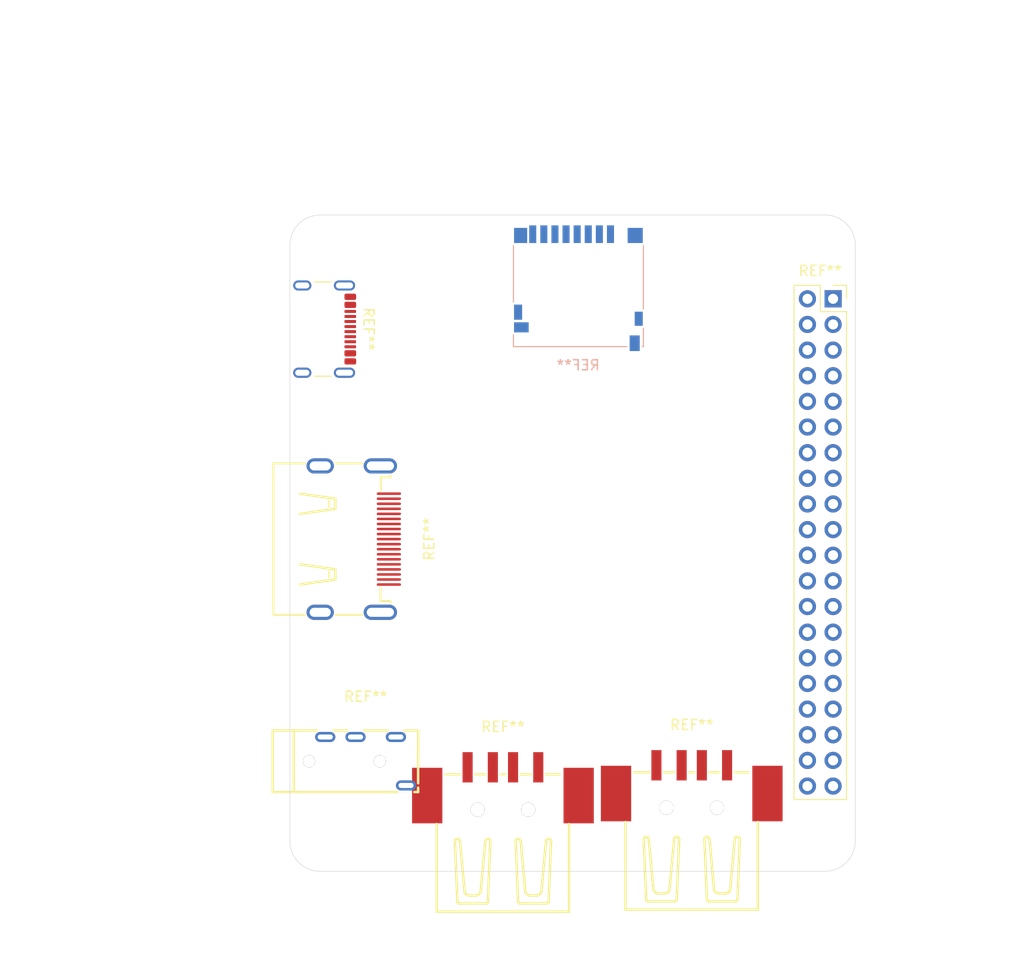
<source format=kicad_pcb>
(kicad_pcb (version 20241229) (generator "pcbnew") (generator_version "9.0")
  (layers (0 "F.Cu" signal) (2 "B.Cu" signal) (13 "F.Paste" user) (15 "B.Paste" user) (5 "F.SilkS" user "F.Silkscreen") (7 "B.SilkS" user "B.Silkscreen") (1 "F.Mask" user) (3 "B.Mask" user) (25 "Edge.Cuts" user))
  (net 0 "")
  (footprint "easyeda2kicad:USB-A-SMD_904-142A2021S10100" (layer "F.Cu") (at 99.1 113.4)
    (property "Reference" "REF**" (at 0 -5.4 0) (layer "F.SilkS"))
    (property "Value" "USB-A-SMD_904-142A2021S10100")
    (fp_line (start -6.56 4.55) (end -6.56 4.22) (stroke (width 0.25)) (layer "F.SilkS"))
    (fp_line (start -6.56 12.79) (end -6.56 4.55) (stroke (width 0.25)) (layer "F.SilkS"))
    (fp_line (start -6.56 12.79) (end -6.56 12.9) (stroke (width 0.25)) (layer "F.SilkS"))
    (fp_line (start -6.56 12.9) (end 6.55 12.9) (stroke (width 0.25)) (layer "F.SilkS"))
    (fp_line (start -4.76 5.94) (end -4.51 11.9) (stroke (width 0.25)) (layer "F.SilkS"))
    (fp_line (start -4.75 5.87) (end -4.76 5.93) (stroke (width 0.25)) (layer "F.SilkS"))
    (fp_line (start -4.74 5.83) (end -4.75 5.87) (stroke (width 0.25)) (layer "F.SilkS"))
    (fp_line (start -4.69 5.75) (end -4.74 5.83) (stroke (width 0.25)) (layer "F.SilkS"))
    (fp_line (start -4.61 5.7) (end -4.69 5.75) (stroke (width 0.25)) (layer "F.SilkS"))
    (fp_line (start -4.52 5.68) (end -4.61 5.7) (stroke (width 0.25)) (layer "F.SilkS"))
    (fp_line (start -4.51 11.9) (end -4.51 11.94) (stroke (width 0.25)) (layer "F.SilkS"))
    (fp_line (start -4.51 11.94) (end -4.49 11.98) (stroke (width 0.25)) (layer "F.SilkS"))
    (fp_line (start -4.49 11.98) (end -4.47 12.01) (stroke (width 0.25)) (layer "F.SilkS"))
    (fp_line (start -4.47 12.01) (end -4.45 12.04) (stroke (width 0.25)) (layer "F.SilkS"))
    (fp_line (start -4.45 12.04) (end -4.42 12.06) (stroke (width 0.25)) (layer "F.SilkS"))
    (fp_line (start -4.43 5.69) (end -4.52 5.68) (stroke (width 0.25)) (layer "F.SilkS"))
    (fp_line (start -4.42 12.06) (end -4.39 12.08) (stroke (width 0.25)) (layer "F.SilkS"))
    (fp_line (start -4.39 12.08) (end -4.35 12.09) (stroke (width 0.25)) (layer "F.SilkS"))
    (fp_line (start -4.35 5.73) (end -4.43 5.69) (stroke (width 0.25)) (layer "F.SilkS"))
    (fp_line (start -4.35 12.09) (end -4.31 12.09) (stroke (width 0.25)) (layer "F.SilkS"))
    (fp_line (start -4.31 12.09) (end -1.69 12.09) (stroke (width 0.25)) (layer "F.SilkS"))
    (fp_line (start -4.29 5.81) (end -4.35 5.73) (stroke (width 0.25)) (layer "F.SilkS"))
    (fp_line (start -4.26 5.9) (end -4.29 5.81) (stroke (width 0.25)) (layer "F.SilkS"))
    (fp_line (start -4.24 -0.7) (end -5.7 -0.7) (stroke (width 0.25)) (layer "F.SilkS"))
    (fp_line (start -3.94 9.37) (end -4.26 5.9) (stroke (width 0.25)) (layer "F.SilkS"))
    (fp_line (start -3.94 9.37) (end -3.91 9.71) (stroke (width 0.25)) (layer "F.SilkS"))
    (fp_line (start -3.91 9.71) (end -3.9 9.84) (stroke (width 0.25)) (layer "F.SilkS"))
    (fp_line (start -3.89 9.94) (end -3.9 9.84) (stroke (width 0.25)) (layer "F.SilkS"))
    (fp_line (start -3.89 9.98) (end -3.89 9.94) (stroke (width 0.25)) (layer "F.SilkS"))
    (fp_line (start -3.8 10.88) (end -3.89 9.98) (stroke (width 0.25)) (layer "F.SilkS"))
    (fp_line (start -3.8 10.88) (end -3.79 10.96) (stroke (width 0.25)) (layer "F.SilkS"))
    (fp_line (start -3.79 10.96) (end -3.76 11.04) (stroke (width 0.25)) (layer "F.SilkS"))
    (fp_line (start -3.76 11.04) (end -3.71 11.11) (stroke (width 0.25)) (layer "F.SilkS"))
    (fp_line (start -3.71 11.11) (end -3.65 11.17) (stroke (width 0.25)) (layer "F.SilkS"))
    (fp_line (start -3.65 11.17) (end -3.58 11.23) (stroke (width 0.25)) (layer "F.SilkS"))
    (fp_line (start -3.58 11.23) (end -3.49 11.26) (stroke (width 0.25)) (layer "F.SilkS"))
    (fp_line (start -3.49 11.26) (end -3.4 11.29) (stroke (width 0.25)) (layer "F.SilkS"))
    (fp_line (start -3.4 11.29) (end -3.31 11.3) (stroke (width 0.25)) (layer "F.SilkS"))
    (fp_line (start -2.7 11.3) (end -3.3 11.3) (stroke (width 0.25)) (layer "F.SilkS"))
    (fp_line (start -2.7 11.3) (end -2.6 11.29) (stroke (width 0.25)) (layer "F.SilkS"))
    (fp_line (start -2.6 11.29) (end -2.51 11.27) (stroke (width 0.25)) (layer "F.SilkS"))
    (fp_line (start -2.51 11.27) (end -2.43 11.23) (stroke (width 0.25)) (layer "F.SilkS"))
    (fp_line (start -2.43 11.23) (end -2.36 11.18) (stroke (width 0.25)) (layer "F.SilkS"))
    (fp_line (start -2.36 11.18) (end -2.3 11.12) (stroke (width 0.25)) (layer "F.SilkS"))
    (fp_line (start -2.3 11.12) (end -2.25 11.05) (stroke (width 0.25)) (layer "F.SilkS"))
    (fp_line (start -2.25 11.05) (end -2.22 10.98) (stroke (width 0.25)) (layer "F.SilkS"))
    (fp_line (start -2.22 10.98) (end -2.2 10.89) (stroke (width 0.25)) (layer "F.SilkS"))
    (fp_line (start -2.12 9.98) (end -2.2 10.88) (stroke (width 0.25)) (layer "F.SilkS"))
    (fp_line (start -2.12 9.98) (end -2.11 9.94) (stroke (width 0.25)) (layer "F.SilkS"))
    (fp_line (start -2.11 9.94) (end -2.11 9.84) (stroke (width 0.25)) (layer "F.SilkS"))
    (fp_line (start -2.09 9.71) (end -2.11 9.84) (stroke (width 0.25)) (layer "F.SilkS"))
    (fp_line (start -2.06 9.37) (end -2.09 9.71) (stroke (width 0.25)) (layer "F.SilkS"))
    (fp_line (start -2.06 9.37) (end -1.74 5.9) (stroke (width 0.25)) (layer "F.SilkS"))
    (fp_line (start -1.74 -0.7) (end -2.74 -0.7) (stroke (width 0.25)) (layer "F.SilkS"))
    (fp_line (start -1.71 5.79) (end -1.74 5.89) (stroke (width 0.25)) (layer "F.SilkS"))
    (fp_line (start -1.69 12.09) (end -1.63 12.08) (stroke (width 0.25)) (layer "F.SilkS"))
    (fp_line (start -1.65 5.73) (end -1.71 5.79) (stroke (width 0.25)) (layer "F.SilkS"))
    (fp_line (start -1.63 12.08) (end -1.57 12.06) (stroke (width 0.25)) (layer "F.SilkS"))
    (fp_line (start -1.57 12.06) (end -1.53 12.01) (stroke (width 0.25)) (layer "F.SilkS"))
    (fp_line (start -1.56 5.69) (end -1.65 5.73) (stroke (width 0.25)) (layer "F.SilkS"))
    (fp_line (start -1.53 12.01) (end -1.5 11.96) (stroke (width 0.25)) (layer "F.SilkS"))
    (fp_line (start -1.5 11.96) (end -1.49 11.9) (stroke (width 0.25)) (layer "F.SilkS"))
    (fp_line (start -1.49 11.9) (end -1.25 5.94) (stroke (width 0.25)) (layer "F.SilkS"))
    (fp_line (start -1.47 5.68) (end -1.56 5.69) (stroke (width 0.25)) (layer "F.SilkS"))
    (fp_line (start -1.38 5.7) (end -1.47 5.68) (stroke (width 0.25)) (layer "F.SilkS"))
    (fp_line (start -1.31 5.76) (end -1.38 5.7) (stroke (width 0.25)) (layer "F.SilkS"))
    (fp_line (start -1.27 5.84) (end -1.31 5.76) (stroke (width 0.25)) (layer "F.SilkS"))
    (fp_line (start -1.25 5.94) (end -1.27 5.84) (stroke (width 0.25)) (layer "F.SilkS"))
    (fp_line (start 0.25 -0.7) (end -0.24 -0.7) (stroke (width 0.25)) (layer "F.SilkS"))
    (fp_line (start 1.28 5.83) (end 1.26 5.93) (stroke (width 0.25)) (layer "F.SilkS"))
    (fp_line (start 1.33 5.75) (end 1.28 5.83) (stroke (width 0.25)) (layer "F.SilkS"))
    (fp_line (start 1.4 5.7) (end 1.33 5.75) (stroke (width 0.25)) (layer "F.SilkS"))
    (fp_line (start 1.49 5.68) (end 1.4 5.7) (stroke (width 0.25)) (layer "F.SilkS"))
    (fp_line (start 1.5 11.9) (end 1.26 5.94) (stroke (width 0.25)) (layer "F.SilkS"))
    (fp_line (start 1.5 11.9) (end 1.51 11.94) (stroke (width 0.25)) (layer "F.SilkS"))
    (fp_line (start 1.51 11.94) (end 1.52 11.98) (stroke (width 0.25)) (layer "F.SilkS"))
    (fp_line (start 1.52 11.98) (end 1.54 12.01) (stroke (width 0.25)) (layer "F.SilkS"))
    (fp_line (start 1.54 12.01) (end 1.57 12.04) (stroke (width 0.25)) (layer "F.SilkS"))
    (fp_line (start 1.57 12.04) (end 1.6 12.06) (stroke (width 0.25)) (layer "F.SilkS"))
    (fp_line (start 1.58 5.69) (end 1.49 5.68) (stroke (width 0.25)) (layer "F.SilkS"))
    (fp_line (start 1.6 12.06) (end 1.63 12.08) (stroke (width 0.25)) (layer "F.SilkS"))
    (fp_line (start 1.63 12.08) (end 1.66 12.09) (stroke (width 0.25)) (layer "F.SilkS"))
    (fp_line (start 1.66 5.73) (end 1.58 5.69) (stroke (width 0.25)) (layer "F.SilkS"))
    (fp_line (start 1.66 12.09) (end 1.7 12.09) (stroke (width 0.25)) (layer "F.SilkS"))
    (fp_line (start 1.72 5.8) (end 1.66 5.73) (stroke (width 0.25)) (layer "F.SilkS"))
    (fp_line (start 1.76 5.9) (end 1.72 5.8) (stroke (width 0.25)) (layer "F.SilkS"))
    (fp_line (start 2.07 9.37) (end 1.76 5.9) (stroke (width 0.25)) (layer "F.SilkS"))
    (fp_line (start 2.07 9.37) (end 2.11 9.71) (stroke (width 0.25)) (layer "F.SilkS"))
    (fp_line (start 2.11 9.71) (end 2.12 9.84) (stroke (width 0.25)) (layer "F.SilkS"))
    (fp_line (start 2.12 9.94) (end 2.12 9.84) (stroke (width 0.25)) (layer "F.SilkS"))
    (fp_line (start 2.12 9.98) (end 2.12 9.94) (stroke (width 0.25)) (layer "F.SilkS"))
    (fp_line (start 2.12 9.98) (end 2.21 10.88) (stroke (width 0.25)) (layer "F.SilkS"))
    (fp_line (start 2.23 10.97) (end 2.21 10.89) (stroke (width 0.25)) (layer "F.SilkS"))
    (fp_line (start 2.26 11.05) (end 2.23 10.97) (stroke (width 0.25)) (layer "F.SilkS"))
    (fp_line (start 2.31 11.12) (end 2.26 11.05) (stroke (width 0.25)) (layer "F.SilkS"))
    (fp_line (start 2.37 11.18) (end 2.31 11.12) (stroke (width 0.25)) (layer "F.SilkS"))
    (fp_line (start 2.44 11.23) (end 2.37 11.18) (stroke (width 0.25)) (layer "F.SilkS"))
    (fp_line (start 2.53 11.27) (end 2.44 11.23) (stroke (width 0.25)) (layer "F.SilkS"))
    (fp_line (start 2.62 11.29) (end 2.53 11.27) (stroke (width 0.25)) (layer "F.SilkS"))
    (fp_line (start 2.71 11.3) (end 2.62 11.29) (stroke (width 0.25)) (layer "F.SilkS"))
    (fp_line (start 2.71 11.3) (end 3.32 11.3) (stroke (width 0.25)) (layer "F.SilkS"))
    (fp_line (start 2.75 -0.7) (end 1.75 -0.7) (stroke (width 0.25)) (layer "F.SilkS"))
    (fp_line (start 3.42 11.29) (end 3.32 11.3) (stroke (width 0.25)) (layer "F.SilkS"))
    (fp_line (start 3.51 11.26) (end 3.42 11.29) (stroke (width 0.25)) (layer "F.SilkS"))
    (fp_line (start 3.59 11.22) (end 3.51 11.26) (stroke (width 0.25)) (layer "F.SilkS"))
    (fp_line (start 3.66 11.17) (end 3.59 11.22) (stroke (width 0.25)) (layer "F.SilkS"))
    (fp_line (start 3.72 11.11) (end 3.66 11.17) (stroke (width 0.25)) (layer "F.SilkS"))
    (fp_line (start 3.77 11.04) (end 3.72 11.11) (stroke (width 0.25)) (layer "F.SilkS"))
    (fp_line (start 3.8 10.96) (end 3.77 11.04) (stroke (width 0.25)) (layer "F.SilkS"))
    (fp_line (start 3.82 10.88) (end 3.8 10.96) (stroke (width 0.25)) (layer "F.SilkS"))
    (fp_line (start 3.89 9.98) (end 3.82 10.88) (stroke (width 0.25)) (layer "F.SilkS"))
    (fp_line (start 3.89 9.98) (end 3.9 9.94) (stroke (width 0.25)) (layer "F.SilkS"))
    (fp_line (start 3.9 9.94) (end 3.91 9.84) (stroke (width 0.25)) (layer "F.SilkS"))
    (fp_line (start 3.92 9.71) (end 3.91 9.84) (stroke (width 0.25)) (layer "F.SilkS"))
    (fp_line (start 3.95 9.37) (end 3.92 9.71) (stroke (width 0.25)) (layer "F.SilkS"))
    (fp_line (start 3.95 9.37) (end 4.27 5.9) (stroke (width 0.25)) (layer "F.SilkS"))
    (fp_line (start 4.25 -0.7) (end 5.6 -0.7) (stroke (width 0.25)) (layer "F.SilkS"))
    (fp_line (start 4.3 5.8) (end 4.27 5.89) (stroke (width 0.25)) (layer "F.SilkS"))
    (fp_line (start 4.32 12.09) (end 1.7 12.09) (stroke (width 0.25)) (layer "F.SilkS"))
    (fp_line (start 4.32 12.09) (end 4.38 12.08) (stroke (width 0.25)) (layer "F.SilkS"))
    (fp_line (start 4.36 5.73) (end 4.3 5.8) (stroke (width 0.25)) (layer "F.SilkS"))
    (fp_line (start 4.38 12.08) (end 4.44 12.06) (stroke (width 0.25)) (layer "F.SilkS"))
    (fp_line (start 4.44 5.69) (end 4.36 5.73) (stroke (width 0.25)) (layer "F.SilkS"))
    (fp_line (start 4.44 12.06) (end 4.48 12.01) (stroke (width 0.25)) (layer "F.SilkS"))
    (fp_line (start 4.48 12.01) (end 4.51 11.96) (stroke (width 0.25)) (layer "F.SilkS"))
    (fp_line (start 4.49 5.68) (end 4.44 5.69) (stroke (width 0.25)) (layer "F.SilkS"))
    (fp_line (start 4.51 11.96) (end 4.53 11.9) (stroke (width 0.25)) (layer "F.SilkS"))
    (fp_line (start 4.54 5.68) (end 4.49 5.68) (stroke (width 0.25)) (layer "F.SilkS"))
    (fp_line (start 4.59 5.68) (end 4.54 5.68) (stroke (width 0.25)) (layer "F.SilkS"))
    (fp_line (start 4.63 5.7) (end 4.59 5.68) (stroke (width 0.25)) (layer "F.SilkS"))
    (fp_line (start 4.7 5.76) (end 4.63 5.7) (stroke (width 0.25)) (layer "F.SilkS"))
    (fp_line (start 4.75 5.84) (end 4.7 5.76) (stroke (width 0.25)) (layer "F.SilkS"))
    (fp_line (start 4.76 5.94) (end 4.53 11.9) (stroke (width 0.25)) (layer "F.SilkS"))
    (fp_line (start 4.76 5.94) (end 4.75 5.84) (stroke (width 0.25)) (layer "F.SilkS"))
    (fp_line (start 6.55 4.55) (end 6.55 4.22) (stroke (width 0.25)) (layer "F.SilkS"))
    (fp_line (start 6.55 12.9) (end 6.55 4.55) (stroke (width 0.25)) (layer "F.SilkS"))
    (pad "" thru_hole circle (at -2.5 2.8) (size 1.4 1.4) (drill 1.4) (layers "*.Cu" "*.Mask"))
    (pad "" thru_hole circle (at 2.5 2.8) (size 1.4 1.4) (drill 1.4) (layers "*.Cu" "*.Mask"))
    (pad "1" smd rect (at -3.5 -1.4 90) (size 3 1) (layers "F.Cu" "F.Mask" "F.Paste"))
    (pad "2" smd rect (at -1 -1.4 90) (size 3 1) (layers "F.Cu" "F.Mask" "F.Paste"))
    (pad "3" smd rect (at 1 -1.4 90) (size 3 1) (layers "F.Cu" "F.Mask" "F.Paste"))
    (pad "4" smd rect (at 3.5 -1.4 90) (size 3 1) (layers "F.Cu" "F.Mask" "F.Paste"))
    (pad "SH1" smd rect (at 7.5 1.4 180) (size 3 5.5) (layers "F.Cu" "F.Mask" "F.Paste"))
    (pad "SH2" smd rect (at -7.5 1.4 180) (size 3 5.5) (layers "F.Cu" "F.Mask" "F.Paste"))
  )
  (footprint "Connector_USB:USB_C_Receptacle_GCT_USB4105-xx-A_16P_TopMnt_Horizontal" (layer "F.Cu") (at 61.6 68.8 -90)
    (property "Reference" "REF**" (at 0 -5.5 270) (layer "F.SilkS"))
    (property "Value" "USB_C_Receptacle_GCT_USB4105-xx-A_16P_TopMnt_Horizontal")
    (fp_line (start -4.67 -0.1) (end -4.67 -1.8) (stroke (width 0.12)) (layer "F.SilkS"))
    (fp_line (start 4.67 -0.1) (end 4.67 -1.8) (stroke (width 0.12)) (layer "F.SilkS"))
    (pad "" np_thru_hole circle (at -2.89 -2.605 270) (size 0.65 0.65) (drill 0.65) (layers "*.Cu" "*.Mask"))
    (pad "" np_thru_hole circle (at 2.89 -2.605 270) (size 0.65 0.65) (drill 0.65) (layers "*.Cu" "*.Mask"))
    (pad "A1" smd roundrect (at -3.2 -3.68 270) (size 0.6 1.15) (layers "F.Cu" "F.Mask" "F.Paste"))
    (pad "A4" smd roundrect (at -2.4 -3.68 270) (size 0.6 1.15) (layers "F.Cu" "F.Mask" "F.Paste"))
    (pad "A5" smd roundrect (at -1.25 -3.68 270) (size 0.3 1.15) (layers "F.Cu" "F.Mask" "F.Paste"))
    (pad "A6" smd roundrect (at -0.25 -3.68 270) (size 0.3 1.15) (layers "F.Cu" "F.Mask" "F.Paste"))
    (pad "A7" smd roundrect (at 0.25 -3.68 270) (size 0.3 1.15) (layers "F.Cu" "F.Mask" "F.Paste"))
    (pad "A8" smd roundrect (at 1.25 -3.68 270) (size 0.3 1.15) (layers "F.Cu" "F.Mask" "F.Paste"))
    (pad "A9" smd roundrect (at 2.4 -3.68 270) (size 0.6 1.15) (layers "F.Cu" "F.Mask" "F.Paste"))
    (pad "A12" smd roundrect (at 3.2 -3.68 270) (size 0.6 1.15) (layers "F.Cu" "F.Mask" "F.Paste"))
    (pad "B1" smd roundrect (at 3.2 -3.68 270) (size 0.6 1.15) (layers "F.Cu" "F.Mask" "F.Paste"))
    (pad "B4" smd roundrect (at 2.4 -3.68 270) (size 0.6 1.15) (layers "F.Cu" "F.Mask" "F.Paste"))
    (pad "B5" smd roundrect (at 1.75 -3.68 270) (size 0.3 1.15) (layers "F.Cu" "F.Mask" "F.Paste"))
    (pad "B6" smd roundrect (at 0.75 -3.68 270) (size 0.3 1.15) (layers "F.Cu" "F.Mask" "F.Paste"))
    (pad "B7" smd roundrect (at -0.75 -3.68 270) (size 0.3 1.15) (layers "F.Cu" "F.Mask" "F.Paste"))
    (pad "B8" smd roundrect (at -1.75 -3.68 270) (size 0.3 1.15) (layers "F.Cu" "F.Mask" "F.Paste"))
    (pad "B9" smd roundrect (at -2.4 -3.68 270) (size 0.6 1.15) (layers "F.Cu" "F.Mask" "F.Paste"))
    (pad "B12" smd roundrect (at -3.2 -3.68 270) (size 0.6 1.15) (layers "F.Cu" "F.Mask" "F.Paste"))
    (pad "S1" thru_hole oval (at -4.32 -3.105 270) (size 1 2.1) (drill oval 0.6 1.7) (property pad_prop_heatsink) (layers "*.Cu" "*.Mask" "F.Paste"))
    (pad "S1" thru_hole oval (at -4.32 1.075 270) (size 1 1.8) (drill oval 0.6 1.4) (property pad_prop_heatsink) (layers "*.Cu" "*.Mask" "F.Paste"))
    (pad "S1" thru_hole oval (at 4.32 -3.105 270) (size 1 2.1) (drill oval 0.6 1.7) (property pad_prop_heatsink) (layers "*.Cu" "*.Mask" "F.Paste"))
    (pad "S1" thru_hole oval (at 4.32 1.075 270) (size 1 1.8) (drill oval 0.6 1.4) (property pad_prop_heatsink) (layers "*.Cu" "*.Mask" "F.Paste"))
  )
  (footprint "Connector_PinSocket_2.54mm:PinSocket_2x20_P2.54mm_Vertical" (layer "F.Cu") (at 113.1 65.8)
    (property "Reference" "REF**" (at -1.27 -2.77 0) (layer "F.SilkS"))
    (property "Value" "PinSocket_2x20_P2.54mm_Vertical")
    (fp_line (start -3.87 -1.33) (end -3.87 49.59) (stroke (width 0.12)) (layer "F.SilkS"))
    (fp_line (start -3.87 -1.33) (end -1.27 -1.33) (stroke (width 0.12)) (layer "F.SilkS"))
    (fp_line (start -3.87 49.59) (end 1.33 49.59) (stroke (width 0.12)) (layer "F.SilkS"))
    (fp_line (start -1.27 -1.33) (end -1.27 1.27) (stroke (width 0.12)) (layer "F.SilkS"))
    (fp_line (start -1.27 1.27) (end 1.33 1.27) (stroke (width 0.12)) (layer "F.SilkS"))
    (fp_line (start 0 -1.33) (end 1.33 -1.33) (stroke (width 0.12)) (layer "F.SilkS"))
    (fp_line (start 1.33 -1.33) (end 1.33 0) (stroke (width 0.12)) (layer "F.SilkS"))
    (fp_line (start 1.33 1.27) (end 1.33 49.59) (stroke (width 0.12)) (layer "F.SilkS"))
    (pad "1" thru_hole rect (at 0 0) (size 1.7 1.7) (drill 1) (layers "*.Cu" "*.Mask"))
    (pad "2" thru_hole circle (at -2.54 0) (size 1.7 1.7) (drill 1) (layers "*.Cu" "*.Mask"))
    (pad "3" thru_hole circle (at 0 2.54) (size 1.7 1.7) (drill 1) (layers "*.Cu" "*.Mask"))
    (pad "4" thru_hole circle (at -2.54 2.54) (size 1.7 1.7) (drill 1) (layers "*.Cu" "*.Mask"))
    (pad "5" thru_hole circle (at 0 5.08) (size 1.7 1.7) (drill 1) (layers "*.Cu" "*.Mask"))
    (pad "6" thru_hole circle (at -2.54 5.08) (size 1.7 1.7) (drill 1) (layers "*.Cu" "*.Mask"))
    (pad "7" thru_hole circle (at 0 7.62) (size 1.7 1.7) (drill 1) (layers "*.Cu" "*.Mask"))
    (pad "8" thru_hole circle (at -2.54 7.62) (size 1.7 1.7) (drill 1) (layers "*.Cu" "*.Mask"))
    (pad "9" thru_hole circle (at 0 10.16) (size 1.7 1.7) (drill 1) (layers "*.Cu" "*.Mask"))
    (pad "10" thru_hole circle (at -2.54 10.16) (size 1.7 1.7) (drill 1) (layers "*.Cu" "*.Mask"))
    (pad "11" thru_hole circle (at 0 12.7) (size 1.7 1.7) (drill 1) (layers "*.Cu" "*.Mask"))
    (pad "12" thru_hole circle (at -2.54 12.7) (size 1.7 1.7) (drill 1) (layers "*.Cu" "*.Mask"))
    (pad "13" thru_hole circle (at 0 15.24) (size 1.7 1.7) (drill 1) (layers "*.Cu" "*.Mask"))
    (pad "14" thru_hole circle (at -2.54 15.24) (size 1.7 1.7) (drill 1) (layers "*.Cu" "*.Mask"))
    (pad "15" thru_hole circle (at 0 17.78) (size 1.7 1.7) (drill 1) (layers "*.Cu" "*.Mask"))
    (pad "16" thru_hole circle (at -2.54 17.78) (size 1.7 1.7) (drill 1) (layers "*.Cu" "*.Mask"))
    (pad "17" thru_hole circle (at 0 20.32) (size 1.7 1.7) (drill 1) (layers "*.Cu" "*.Mask"))
    (pad "18" thru_hole circle (at -2.54 20.32) (size 1.7 1.7) (drill 1) (layers "*.Cu" "*.Mask"))
    (pad "19" thru_hole circle (at 0 22.86) (size 1.7 1.7) (drill 1) (layers "*.Cu" "*.Mask"))
    (pad "20" thru_hole circle (at -2.54 22.86) (size 1.7 1.7) (drill 1) (layers "*.Cu" "*.Mask"))
    (pad "21" thru_hole circle (at 0 25.4) (size 1.7 1.7) (drill 1) (layers "*.Cu" "*.Mask"))
    (pad "22" thru_hole circle (at -2.54 25.4) (size 1.7 1.7) (drill 1) (layers "*.Cu" "*.Mask"))
    (pad "23" thru_hole circle (at 0 27.94) (size 1.7 1.7) (drill 1) (layers "*.Cu" "*.Mask"))
    (pad "24" thru_hole circle (at -2.54 27.94) (size 1.7 1.7) (drill 1) (layers "*.Cu" "*.Mask"))
    (pad "25" thru_hole circle (at 0 30.48) (size 1.7 1.7) (drill 1) (layers "*.Cu" "*.Mask"))
    (pad "26" thru_hole circle (at -2.54 30.48) (size 1.7 1.7) (drill 1) (layers "*.Cu" "*.Mask"))
    (pad "27" thru_hole circle (at 0 33.02) (size 1.7 1.7) (drill 1) (layers "*.Cu" "*.Mask"))
    (pad "28" thru_hole circle (at -2.54 33.02) (size 1.7 1.7) (drill 1) (layers "*.Cu" "*.Mask"))
    (pad "29" thru_hole circle (at 0 35.56) (size 1.7 1.7) (drill 1) (layers "*.Cu" "*.Mask"))
    (pad "30" thru_hole circle (at -2.54 35.56) (size 1.7 1.7) (drill 1) (layers "*.Cu" "*.Mask"))
    (pad "31" thru_hole circle (at 0 38.1) (size 1.7 1.7) (drill 1) (layers "*.Cu" "*.Mask"))
    (pad "32" thru_hole circle (at -2.54 38.1) (size 1.7 1.7) (drill 1) (layers "*.Cu" "*.Mask"))
    (pad "33" thru_hole circle (at 0 40.64) (size 1.7 1.7) (drill 1) (layers "*.Cu" "*.Mask"))
    (pad "34" thru_hole circle (at -2.54 40.64) (size 1.7 1.7) (drill 1) (layers "*.Cu" "*.Mask"))
    (pad "35" thru_hole circle (at 0 43.18) (size 1.7 1.7) (drill 1) (layers "*.Cu" "*.Mask"))
    (pad "36" thru_hole circle (at -2.54 43.18) (size 1.7 1.7) (drill 1) (layers "*.Cu" "*.Mask"))
    (pad "37" thru_hole circle (at 0 45.72) (size 1.7 1.7) (drill 1) (layers "*.Cu" "*.Mask"))
    (pad "38" thru_hole circle (at -2.54 45.72) (size 1.7 1.7) (drill 1) (layers "*.Cu" "*.Mask"))
    (pad "39" thru_hole circle (at 0 48.26) (size 1.7 1.7) (drill 1) (layers "*.Cu" "*.Mask"))
    (pad "40" thru_hole circle (at -2.54 48.26) (size 1.7 1.7) (drill 1) (layers "*.Cu" "*.Mask"))
  )
  (footprint "easyeda2kicad:HDMI-SMD_HDMI-019S" (layer "F.Cu") (at 65.7 89.6 -90)
    (property "Reference" "REF**" (at 0 -7.4 90) (layer "F.SilkS"))
    (property "Value" "HDMI-SMD_HDMI-019S")
    (fp_line (start -7.5 8.03) (end 7.5 8.03) (stroke (width 0.2)) (layer "F.SilkS"))
    (fp_line (start -7.5 8.03) (end -7.5 4.91) (stroke (width 0.2)) (layer "F.SilkS"))
    (fp_line (start 7.5 8.03) (end 7.5 4.91) (stroke (width 0.2)) (layer "F.SilkS"))
    (fp_line (start -2.5 5.4) (end -3 1.9) (stroke (width 0.25)) (layer "F.SilkS"))
    (fp_line (start 2.5 5.4) (end 3 1.9) (stroke (width 0.25)) (layer "F.SilkS"))
    (fp_line (start -3.2 2.5) (end -3.8 2.5) (stroke (width 0.2)) (layer "F.SilkS"))
    (fp_line (start 3.2 2.5) (end 3.8 2.5) (stroke (width 0.2)) (layer "F.SilkS"))
    (fp_line (start -4 1.9) (end -4.5 5.4) (stroke (width 0.25)) (layer "F.SilkS"))
    (fp_line (start -3 1.9) (end -4 1.9) (stroke (width 0.25)) (layer "F.SilkS"))
    (fp_line (start 3 1.9) (end 4 1.9) (stroke (width 0.25)) (layer "F.SilkS"))
    (fp_line (start 4 1.9) (end 4.5 5.4) (stroke (width 0.25)) (layer "F.SilkS"))
    (fp_line (start -7.5 1.87) (end -7.5 -0.75) (stroke (width 0.2)) (layer "F.SilkS"))
    (fp_line (start 7.5 1.87) (end 7.5 -0.75) (stroke (width 0.2)) (layer "F.SilkS"))
    (fp_line (start 4.83 -2.57) (end 6.08 -2.57) (stroke (width 0.2)) (layer "F.SilkS"))
    (fp_line (start 6.08 -2.57) (end 6.08 -2.58) (stroke (width 0.2)) (layer "F.SilkS"))
    (fp_line (start 6.08 -2.58) (end 6.14 -2.58) (stroke (width 0.2)) (layer "F.SilkS"))
    (fp_line (start 6.14 -2.58) (end 6.14 -3.57) (stroke (width 0.2)) (layer "F.SilkS"))
    (fp_line (start -6.12 -2.6) (end -4.84 -2.6) (stroke (width 0.2)) (layer "F.SilkS"))
    (fp_line (start -6.12 -3.55) (end -6.12 -2.6) (stroke (width 0.2)) (layer "F.SilkS"))
    (fp_line (start -6.11 -3.55) (end -6.12 -3.55) (stroke (width 0.2)) (layer "F.SilkS"))
    (fp_line (start -6.35 -3.56) (end -6.11 -3.56) (stroke (width 0.2)) (layer "F.SilkS"))
    (fp_line (start -6.11 -3.56) (end -6.11 -3.55) (stroke (width 0.2)) (layer "F.SilkS"))
    (fp_line (start 6.14 -3.57) (end 6.35 -3.57) (stroke (width 0.2)) (layer "F.SilkS"))
    (fp_line (start 6.35 -3.57) (end 6.35 -3.56) (stroke (width 0.2)) (layer "F.SilkS"))
    (pad "1" smd oval (at 4.5 -3.4 270) (size 0.25 2.4) (layers "F.Cu" "F.Mask" "F.Paste"))
    (pad "2" smd oval (at 4 -3.4 270) (size 0.25 2.4) (layers "F.Cu" "F.Mask" "F.Paste"))
    (pad "3" smd oval (at 3.5 -3.4 270) (size 0.25 2.4) (layers "F.Cu" "F.Mask" "F.Paste"))
    (pad "4" smd oval (at 3 -3.4 270) (size 0.25 2.4) (layers "F.Cu" "F.Mask" "F.Paste"))
    (pad "5" smd oval (at 2.5 -3.4 270) (size 0.25 2.4) (layers "F.Cu" "F.Mask" "F.Paste"))
    (pad "6" smd oval (at 2 -3.4 270) (size 0.25 2.4) (layers "F.Cu" "F.Mask" "F.Paste"))
    (pad "7" smd oval (at 1.5 -3.4 270) (size 0.25 2.4) (layers "F.Cu" "F.Mask" "F.Paste"))
    (pad "8" smd oval (at 1 -3.4 270) (size 0.25 2.4) (layers "F.Cu" "F.Mask" "F.Paste"))
    (pad "9" smd oval (at 0.5 -3.4 270) (size 0.25 2.4) (layers "F.Cu" "F.Mask" "F.Paste"))
    (pad "10" smd oval (at 0 -3.4 270) (size 0.25 2.4) (layers "F.Cu" "F.Mask" "F.Paste"))
    (pad "11" smd oval (at -0.5 -3.4 270) (size 0.25 2.4) (layers "F.Cu" "F.Mask" "F.Paste"))
    (pad "12" smd oval (at -1 -3.4 270) (size 0.25 2.4) (layers "F.Cu" "F.Mask" "F.Paste"))
    (pad "13" smd oval (at -1.5 -3.4 270) (size 0.25 2.4) (layers "F.Cu" "F.Mask" "F.Paste"))
    (pad "14" smd oval (at -2 -3.4 270) (size 0.25 2.4) (layers "F.Cu" "F.Mask" "F.Paste"))
    (pad "15" smd oval (at -2.5 -3.4 270) (size 0.25 2.4) (layers "F.Cu" "F.Mask" "F.Paste"))
    (pad "16" smd oval (at -3 -3.4 270) (size 0.25 2.4) (layers "F.Cu" "F.Mask" "F.Paste"))
    (pad "17" smd oval (at -3.5 -3.4 270) (size 0.25 2.4) (layers "F.Cu" "F.Mask" "F.Paste"))
    (pad "18" smd oval (at -4 -3.4 270) (size 0.25 2.4) (layers "F.Cu" "F.Mask" "F.Paste"))
    (pad "19" smd oval (at -4.5 -3.4 270) (size 0.25 2.4) (layers "F.Cu" "F.Mask" "F.Paste"))
    (pad "20" thru_hole oval (at 7.25 3.4 270) (size 1.5 2.7) (drill oval 0.900024 2.09992) (layers "*.Cu" "*.Mask"))
    (pad "21" thru_hole oval (at -7.25 3.4 270) (size 1.5 2.7) (drill oval 0.900024 2.09992) (layers "*.Cu" "*.Mask"))
    (pad "22" thru_hole oval (at 7.25 -2.56 270) (size 1.5 3.3) (drill oval 0.900024 2.699868) (layers "*.Cu" "*.Mask"))
    (pad "23" thru_hole oval (at -7.25 -2.56 270) (size 1.5 3.3) (drill oval 0.900024 2.699868) (layers "*.Cu" "*.Mask"))
  )
  (footprint "easyeda2kicad:USB-A-SMD_904-142A2021S10100" (layer "F.Cu") (at 80.4 113.6)
    (property "Reference" "REF**" (at 0 -5.4 0) (layer "F.SilkS"))
    (property "Value" "USB-A-SMD_904-142A2021S10100")
    (fp_line (start -6.56 4.55) (end -6.56 4.22) (stroke (width 0.25)) (layer "F.SilkS"))
    (fp_line (start -6.56 12.79) (end -6.56 4.55) (stroke (width 0.25)) (layer "F.SilkS"))
    (fp_line (start -6.56 12.79) (end -6.56 12.9) (stroke (width 0.25)) (layer "F.SilkS"))
    (fp_line (start -6.56 12.9) (end 6.55 12.9) (stroke (width 0.25)) (layer "F.SilkS"))
    (fp_line (start -4.76 5.94) (end -4.51 11.9) (stroke (width 0.25)) (layer "F.SilkS"))
    (fp_line (start -4.75 5.87) (end -4.76 5.93) (stroke (width 0.25)) (layer "F.SilkS"))
    (fp_line (start -4.74 5.83) (end -4.75 5.87) (stroke (width 0.25)) (layer "F.SilkS"))
    (fp_line (start -4.69 5.75) (end -4.74 5.83) (stroke (width 0.25)) (layer "F.SilkS"))
    (fp_line (start -4.61 5.7) (end -4.69 5.75) (stroke (width 0.25)) (layer "F.SilkS"))
    (fp_line (start -4.52 5.68) (end -4.61 5.7) (stroke (width 0.25)) (layer "F.SilkS"))
    (fp_line (start -4.51 11.9) (end -4.51 11.94) (stroke (width 0.25)) (layer "F.SilkS"))
    (fp_line (start -4.51 11.94) (end -4.49 11.98) (stroke (width 0.25)) (layer "F.SilkS"))
    (fp_line (start -4.49 11.98) (end -4.47 12.01) (stroke (width 0.25)) (layer "F.SilkS"))
    (fp_line (start -4.47 12.01) (end -4.45 12.04) (stroke (width 0.25)) (layer "F.SilkS"))
    (fp_line (start -4.45 12.04) (end -4.42 12.06) (stroke (width 0.25)) (layer "F.SilkS"))
    (fp_line (start -4.43 5.69) (end -4.52 5.68) (stroke (width 0.25)) (layer "F.SilkS"))
    (fp_line (start -4.42 12.06) (end -4.39 12.08) (stroke (width 0.25)) (layer "F.SilkS"))
    (fp_line (start -4.39 12.08) (end -4.35 12.09) (stroke (width 0.25)) (layer "F.SilkS"))
    (fp_line (start -4.35 5.73) (end -4.43 5.69) (stroke (width 0.25)) (layer "F.SilkS"))
    (fp_line (start -4.35 12.09) (end -4.31 12.09) (stroke (width 0.25)) (layer "F.SilkS"))
    (fp_line (start -4.31 12.09) (end -1.69 12.09) (stroke (width 0.25)) (layer "F.SilkS"))
    (fp_line (start -4.29 5.81) (end -4.35 5.73) (stroke (width 0.25)) (layer "F.SilkS"))
    (fp_line (start -4.26 5.9) (end -4.29 5.81) (stroke (width 0.25)) (layer "F.SilkS"))
    (fp_line (start -4.24 -0.7) (end -5.7 -0.7) (stroke (width 0.25)) (layer "F.SilkS"))
    (fp_line (start -3.94 9.37) (end -4.26 5.9) (stroke (width 0.25)) (layer "F.SilkS"))
    (fp_line (start -3.94 9.37) (end -3.91 9.71) (stroke (width 0.25)) (layer "F.SilkS"))
    (fp_line (start -3.91 9.71) (end -3.9 9.84) (stroke (width 0.25)) (layer "F.SilkS"))
    (fp_line (start -3.89 9.94) (end -3.9 9.84) (stroke (width 0.25)) (layer "F.SilkS"))
    (fp_line (start -3.89 9.98) (end -3.89 9.94) (stroke (width 0.25)) (layer "F.SilkS"))
    (fp_line (start -3.8 10.88) (end -3.89 9.98) (stroke (width 0.25)) (layer "F.SilkS"))
    (fp_line (start -3.8 10.88) (end -3.79 10.96) (stroke (width 0.25)) (layer "F.SilkS"))
    (fp_line (start -3.79 10.96) (end -3.76 11.04) (stroke (width 0.25)) (layer "F.SilkS"))
    (fp_line (start -3.76 11.04) (end -3.71 11.11) (stroke (width 0.25)) (layer "F.SilkS"))
    (fp_line (start -3.71 11.11) (end -3.65 11.17) (stroke (width 0.25)) (layer "F.SilkS"))
    (fp_line (start -3.65 11.17) (end -3.58 11.23) (stroke (width 0.25)) (layer "F.SilkS"))
    (fp_line (start -3.58 11.23) (end -3.49 11.26) (stroke (width 0.25)) (layer "F.SilkS"))
    (fp_line (start -3.49 11.26) (end -3.4 11.29) (stroke (width 0.25)) (layer "F.SilkS"))
    (fp_line (start -3.4 11.29) (end -3.31 11.3) (stroke (width 0.25)) (layer "F.SilkS"))
    (fp_line (start -2.7 11.3) (end -3.3 11.3) (stroke (width 0.25)) (layer "F.SilkS"))
    (fp_line (start -2.7 11.3) (end -2.6 11.29) (stroke (width 0.25)) (layer "F.SilkS"))
    (fp_line (start -2.6 11.29) (end -2.51 11.27) (stroke (width 0.25)) (layer "F.SilkS"))
    (fp_line (start -2.51 11.27) (end -2.43 11.23) (stroke (width 0.25)) (layer "F.SilkS"))
    (fp_line (start -2.43 11.23) (end -2.36 11.18) (stroke (width 0.25)) (layer "F.SilkS"))
    (fp_line (start -2.36 11.18) (end -2.3 11.12) (stroke (width 0.25)) (layer "F.SilkS"))
    (fp_line (start -2.3 11.12) (end -2.25 11.05) (stroke (width 0.25)) (layer "F.SilkS"))
    (fp_line (start -2.25 11.05) (end -2.22 10.98) (stroke (width 0.25)) (layer "F.SilkS"))
    (fp_line (start -2.22 10.98) (end -2.2 10.89) (stroke (width 0.25)) (layer "F.SilkS"))
    (fp_line (start -2.12 9.98) (end -2.2 10.88) (stroke (width 0.25)) (layer "F.SilkS"))
    (fp_line (start -2.12 9.98) (end -2.11 9.94) (stroke (width 0.25)) (layer "F.SilkS"))
    (fp_line (start -2.11 9.94) (end -2.11 9.84) (stroke (width 0.25)) (layer "F.SilkS"))
    (fp_line (start -2.09 9.71) (end -2.11 9.84) (stroke (width 0.25)) (layer "F.SilkS"))
    (fp_line (start -2.06 9.37) (end -2.09 9.71) (stroke (width 0.25)) (layer "F.SilkS"))
    (fp_line (start -2.06 9.37) (end -1.74 5.9) (stroke (width 0.25)) (layer "F.SilkS"))
    (fp_line (start -1.74 -0.7) (end -2.74 -0.7) (stroke (width 0.25)) (layer "F.SilkS"))
    (fp_line (start -1.71 5.79) (end -1.74 5.89) (stroke (width 0.25)) (layer "F.SilkS"))
    (fp_line (start -1.69 12.09) (end -1.63 12.08) (stroke (width 0.25)) (layer "F.SilkS"))
    (fp_line (start -1.65 5.73) (end -1.71 5.79) (stroke (width 0.25)) (layer "F.SilkS"))
    (fp_line (start -1.63 12.08) (end -1.57 12.06) (stroke (width 0.25)) (layer "F.SilkS"))
    (fp_line (start -1.57 12.06) (end -1.53 12.01) (stroke (width 0.25)) (layer "F.SilkS"))
    (fp_line (start -1.56 5.69) (end -1.65 5.73) (stroke (width 0.25)) (layer "F.SilkS"))
    (fp_line (start -1.53 12.01) (end -1.5 11.96) (stroke (width 0.25)) (layer "F.SilkS"))
    (fp_line (start -1.5 11.96) (end -1.49 11.9) (stroke (width 0.25)) (layer "F.SilkS"))
    (fp_line (start -1.49 11.9) (end -1.25 5.94) (stroke (width 0.25)) (layer "F.SilkS"))
    (fp_line (start -1.47 5.68) (end -1.56 5.69) (stroke (width 0.25)) (layer "F.SilkS"))
    (fp_line (start -1.38 5.7) (end -1.47 5.68) (stroke (width 0.25)) (layer "F.SilkS"))
    (fp_line (start -1.31 5.76) (end -1.38 5.7) (stroke (width 0.25)) (layer "F.SilkS"))
    (fp_line (start -1.27 5.84) (end -1.31 5.76) (stroke (width 0.25)) (layer "F.SilkS"))
    (fp_line (start -1.25 5.94) (end -1.27 5.84) (stroke (width 0.25)) (layer "F.SilkS"))
    (fp_line (start 0.25 -0.7) (end -0.24 -0.7) (stroke (width 0.25)) (layer "F.SilkS"))
    (fp_line (start 1.28 5.83) (end 1.26 5.93) (stroke (width 0.25)) (layer "F.SilkS"))
    (fp_line (start 1.33 5.75) (end 1.28 5.83) (stroke (width 0.25)) (layer "F.SilkS"))
    (fp_line (start 1.4 5.7) (end 1.33 5.75) (stroke (width 0.25)) (layer "F.SilkS"))
    (fp_line (start 1.49 5.68) (end 1.4 5.7) (stroke (width 0.25)) (layer "F.SilkS"))
    (fp_line (start 1.5 11.9) (end 1.26 5.94) (stroke (width 0.25)) (layer "F.SilkS"))
    (fp_line (start 1.5 11.9) (end 1.51 11.94) (stroke (width 0.25)) (layer "F.SilkS"))
    (fp_line (start 1.51 11.94) (end 1.52 11.98) (stroke (width 0.25)) (layer "F.SilkS"))
    (fp_line (start 1.52 11.98) (end 1.54 12.01) (stroke (width 0.25)) (layer "F.SilkS"))
    (fp_line (start 1.54 12.01) (end 1.57 12.04) (stroke (width 0.25)) (layer "F.SilkS"))
    (fp_line (start 1.57 12.04) (end 1.6 12.06) (stroke (width 0.25)) (layer "F.SilkS"))
    (fp_line (start 1.58 5.69) (end 1.49 5.68) (stroke (width 0.25)) (layer "F.SilkS"))
    (fp_line (start 1.6 12.06) (end 1.63 12.08) (stroke (width 0.25)) (layer "F.SilkS"))
    (fp_line (start 1.63 12.08) (end 1.66 12.09) (stroke (width 0.25)) (layer "F.SilkS"))
    (fp_line (start 1.66 5.73) (end 1.58 5.69) (stroke (width 0.25)) (layer "F.SilkS"))
    (fp_line (start 1.66 12.09) (end 1.7 12.09) (stroke (width 0.25)) (layer "F.SilkS"))
    (fp_line (start 1.72 5.8) (end 1.66 5.73) (stroke (width 0.25)) (layer "F.SilkS"))
    (fp_line (start 1.76 5.9) (end 1.72 5.8) (stroke (width 0.25)) (layer "F.SilkS"))
    (fp_line (start 2.07 9.37) (end 1.76 5.9) (stroke (width 0.25)) (layer "F.SilkS"))
    (fp_line (start 2.07 9.37) (end 2.11 9.71) (stroke (width 0.25)) (layer "F.SilkS"))
    (fp_line (start 2.11 9.71) (end 2.12 9.84) (stroke (width 0.25)) (layer "F.SilkS"))
    (fp_line (start 2.12 9.94) (end 2.12 9.84) (stroke (width 0.25)) (layer "F.SilkS"))
    (fp_line (start 2.12 9.98) (end 2.12 9.94) (stroke (width 0.25)) (layer "F.SilkS"))
    (fp_line (start 2.12 9.98) (end 2.21 10.88) (stroke (width 0.25)) (layer "F.SilkS"))
    (fp_line (start 2.23 10.97) (end 2.21 10.89) (stroke (width 0.25)) (layer "F.SilkS"))
    (fp_line (start 2.26 11.05) (end 2.23 10.97) (stroke (width 0.25)) (layer "F.SilkS"))
    (fp_line (start 2.31 11.12) (end 2.26 11.05) (stroke (width 0.25)) (layer "F.SilkS"))
    (fp_line (start 2.37 11.18) (end 2.31 11.12) (stroke (width 0.25)) (layer "F.SilkS"))
    (fp_line (start 2.44 11.23) (end 2.37 11.18) (stroke (width 0.25)) (layer "F.SilkS"))
    (fp_line (start 2.53 11.27) (end 2.44 11.23) (stroke (width 0.25)) (layer "F.SilkS"))
    (fp_line (start 2.62 11.29) (end 2.53 11.27) (stroke (width 0.25)) (layer "F.SilkS"))
    (fp_line (start 2.71 11.3) (end 2.62 11.29) (stroke (width 0.25)) (layer "F.SilkS"))
    (fp_line (start 2.71 11.3) (end 3.32 11.3) (stroke (width 0.25)) (layer "F.SilkS"))
    (fp_line (start 2.75 -0.7) (end 1.75 -0.7) (stroke (width 0.25)) (layer "F.SilkS"))
    (fp_line (start 3.42 11.29) (end 3.32 11.3) (stroke (width 0.25)) (layer "F.SilkS"))
    (fp_line (start 3.51 11.26) (end 3.42 11.29) (stroke (width 0.25)) (layer "F.SilkS"))
    (fp_line (start 3.59 11.22) (end 3.51 11.26) (stroke (width 0.25)) (layer "F.SilkS"))
    (fp_line (start 3.66 11.17) (end 3.59 11.22) (stroke (width 0.25)) (layer "F.SilkS"))
    (fp_line (start 3.72 11.11) (end 3.66 11.17) (stroke (width 0.25)) (layer "F.SilkS"))
    (fp_line (start 3.77 11.04) (end 3.72 11.11) (stroke (width 0.25)) (layer "F.SilkS"))
    (fp_line (start 3.8 10.96) (end 3.77 11.04) (stroke (width 0.25)) (layer "F.SilkS"))
    (fp_line (start 3.82 10.88) (end 3.8 10.96) (stroke (width 0.25)) (layer "F.SilkS"))
    (fp_line (start 3.89 9.98) (end 3.82 10.88) (stroke (width 0.25)) (layer "F.SilkS"))
    (fp_line (start 3.89 9.98) (end 3.9 9.94) (stroke (width 0.25)) (layer "F.SilkS"))
    (fp_line (start 3.9 9.94) (end 3.91 9.84) (stroke (width 0.25)) (layer "F.SilkS"))
    (fp_line (start 3.92 9.71) (end 3.91 9.84) (stroke (width 0.25)) (layer "F.SilkS"))
    (fp_line (start 3.95 9.37) (end 3.92 9.71) (stroke (width 0.25)) (layer "F.SilkS"))
    (fp_line (start 3.95 9.37) (end 4.27 5.9) (stroke (width 0.25)) (layer "F.SilkS"))
    (fp_line (start 4.25 -0.7) (end 5.6 -0.7) (stroke (width 0.25)) (layer "F.SilkS"))
    (fp_line (start 4.3 5.8) (end 4.27 5.89) (stroke (width 0.25)) (layer "F.SilkS"))
    (fp_line (start 4.32 12.09) (end 1.7 12.09) (stroke (width 0.25)) (layer "F.SilkS"))
    (fp_line (start 4.32 12.09) (end 4.38 12.08) (stroke (width 0.25)) (layer "F.SilkS"))
    (fp_line (start 4.36 5.73) (end 4.3 5.8) (stroke (width 0.25)) (layer "F.SilkS"))
    (fp_line (start 4.38 12.08) (end 4.44 12.06) (stroke (width 0.25)) (layer "F.SilkS"))
    (fp_line (start 4.44 5.69) (end 4.36 5.73) (stroke (width 0.25)) (layer "F.SilkS"))
    (fp_line (start 4.44 12.06) (end 4.48 12.01) (stroke (width 0.25)) (layer "F.SilkS"))
    (fp_line (start 4.48 12.01) (end 4.51 11.96) (stroke (width 0.25)) (layer "F.SilkS"))
    (fp_line (start 4.49 5.68) (end 4.44 5.69) (stroke (width 0.25)) (layer "F.SilkS"))
    (fp_line (start 4.51 11.96) (end 4.53 11.9) (stroke (width 0.25)) (layer "F.SilkS"))
    (fp_line (start 4.54 5.68) (end 4.49 5.68) (stroke (width 0.25)) (layer "F.SilkS"))
    (fp_line (start 4.59 5.68) (end 4.54 5.68) (stroke (width 0.25)) (layer "F.SilkS"))
    (fp_line (start 4.63 5.7) (end 4.59 5.68) (stroke (width 0.25)) (layer "F.SilkS"))
    (fp_line (start 4.7 5.76) (end 4.63 5.7) (stroke (width 0.25)) (layer "F.SilkS"))
    (fp_line (start 4.75 5.84) (end 4.7 5.76) (stroke (width 0.25)) (layer "F.SilkS"))
    (fp_line (start 4.76 5.94) (end 4.53 11.9) (stroke (width 0.25)) (layer "F.SilkS"))
    (fp_line (start 4.76 5.94) (end 4.75 5.84) (stroke (width 0.25)) (layer "F.SilkS"))
    (fp_line (start 6.55 4.55) (end 6.55 4.22) (stroke (width 0.25)) (layer "F.SilkS"))
    (fp_line (start 6.55 12.9) (end 6.55 4.55) (stroke (width 0.25)) (layer "F.SilkS"))
    (pad "" thru_hole circle (at -2.5 2.8) (size 1.4 1.4) (drill 1.4) (layers "*.Cu" "*.Mask"))
    (pad "" thru_hole circle (at 2.5 2.8) (size 1.4 1.4) (drill 1.4) (layers "*.Cu" "*.Mask"))
    (pad "1" smd rect (at -3.5 -1.4 90) (size 3 1) (layers "F.Cu" "F.Mask" "F.Paste"))
    (pad "2" smd rect (at -1 -1.4 90) (size 3 1) (layers "F.Cu" "F.Mask" "F.Paste"))
    (pad "3" smd rect (at 1 -1.4 90) (size 3 1) (layers "F.Cu" "F.Mask" "F.Paste"))
    (pad "4" smd rect (at 3.5 -1.4 90) (size 3 1) (layers "F.Cu" "F.Mask" "F.Paste"))
    (pad "SH1" smd rect (at 7.5 1.4 180) (size 3 5.5) (layers "F.Cu" "F.Mask" "F.Paste"))
    (pad "SH2" smd rect (at -7.5 1.4 180) (size 3 5.5) (layers "F.Cu" "F.Mask" "F.Paste"))
  )
  (footprint "easyeda2kicad:AUDIO-TH_XKB_PJ-320A" (layer "F.Cu") (at 66.8 111.6)
    (property "Reference" "REF**" (at 0 -6.4 0) (layer "F.SilkS"))
    (property "Value" "AUDIO-TH_XKB_PJ-320A")
    (fp_line (start -9.2 -3.05) (end -9.2 3.05) (stroke (width 0.25)) (layer "F.SilkS"))
    (fp_line (start -9.2 -3.05) (end -4.83 -3.05) (stroke (width 0.25)) (layer "F.SilkS"))
    (fp_line (start -9.2 3.05) (end 3.17 3.05) (stroke (width 0.25)) (layer "F.SilkS"))
    (fp_line (start -7.11 -3.05) (end -7.11 3.05) (stroke (width 0.25)) (layer "F.SilkS"))
    (fp_line (start -3.17 -3.05) (end -1.83 -3.05) (stroke (width 0.25)) (layer "F.SilkS"))
    (fp_line (start -0.17 -3.05) (end 2.17 -3.05) (stroke (width 0.25)) (layer "F.SilkS"))
    (fp_line (start 3.83 -3.05) (end 5.07 -3.05) (stroke (width 0.25)) (layer "F.SilkS"))
    (fp_line (start 4.83 3.05) (end 5.2 3.05) (stroke (width 0.25)) (layer "F.SilkS"))
    (fp_line (start 5.2 2.18) (end 5.2 -3.05) (stroke (width 0.25)) (layer "F.SilkS"))
    (fp_line (start 5.2 3.05) (end 5.2 2.62) (stroke (width 0.25)) (layer "F.SilkS"))
    (pad "" thru_hole circle (at -5.6 0) (size 1.2 1.2) (drill 1.2) (layers "*.Cu" "*.Mask"))
    (pad "" thru_hole circle (at 1.4 0) (size 1.2 1.2) (drill 1.2) (layers "*.Cu" "*.Mask"))
    (pad "2" thru_hole oval (at -4 -2.4 90) (size 1 2) (drill oval 0.500024 1.499997) (layers "*.Cu" "*.Mask"))
    (pad "3" thru_hole oval (at -1 -2.4 90) (size 1 2) (drill oval 0.500024 1.499997) (layers "*.Cu" "*.Mask"))
    (pad "4" thru_hole oval (at 3 -2.4 90) (size 1 2) (drill oval 0.500024 1.499997) (layers "*.Cu" "*.Mask"))
    (pad "5" thru_hole oval (at 4 2.4 90) (size 1 2) (drill oval 0.500024 1.499997) (layers "*.Cu" "*.Mask"))
  )
  (footprint "Connector_Card:microSD_HC_Hirose_DM3D-SF" (layer "B.Cu") (at 87.875 64.75)
    (property "Reference" "REF**" (at -0.025 7.625 0) (layer "B.SilkS") (effects (justify mirror)))
    (property "Value" "microSD_HC_Hirose_DM3D-SF")
    (fp_line (start -6.435 1.375) (end -6.435 -4.225) (stroke (width 0.12)) (layer "B.SilkS"))
    (fp_line (start -6.435 4.625) (end -6.435 5.785) (stroke (width 0.12)) (layer "B.SilkS"))
    (fp_line (start -6.435 5.785) (end 4.825 5.785) (stroke (width 0.12)) (layer "B.SilkS"))
    (fp_line (start 6.325 5.785) (end 6.435 5.785) (stroke (width 0.12)) (layer "B.SilkS"))
    (fp_line (start 6.435 2.075) (end 6.435 -4.225) (stroke (width 0.12)) (layer "B.SilkS"))
    (fp_line (start 6.435 5.785) (end 6.435 3.975) (stroke (width 0.12)) (layer "B.SilkS"))
    (pad "1" smd rect (at 3.175 -5.35) (size 0.7 1.75) (layers "B.Cu" "B.Mask" "B.Paste"))
    (pad "2" smd rect (at 2.075 -5.35) (size 0.7 1.75) (layers "B.Cu" "B.Mask" "B.Paste"))
    (pad "3" smd rect (at 0.975 -5.35) (size 0.7 1.75) (layers "B.Cu" "B.Mask" "B.Paste"))
    (pad "4" smd rect (at -0.125 -5.35) (size 0.7 1.75) (layers "B.Cu" "B.Mask" "B.Paste"))
    (pad "5" smd rect (at -1.225 -5.35) (size 0.7 1.75) (layers "B.Cu" "B.Mask" "B.Paste"))
    (pad "6" smd rect (at -2.325 -5.35) (size 0.7 1.75) (layers "B.Cu" "B.Mask" "B.Paste"))
    (pad "7" smd rect (at -3.425 -5.35) (size 0.7 1.75) (layers "B.Cu" "B.Mask" "B.Paste"))
    (pad "8" smd rect (at -4.525 -5.35) (size 0.7 1.75) (layers "B.Cu" "B.Mask" "B.Paste"))
    (pad "9" smd rect (at -5.65 3.875) (size 1.45 1) (layers "B.Cu" "B.Mask" "B.Paste"))
    (pad "10" smd rect (at 5.575 5.45) (size 1 1.55) (layers "B.Cu" "B.Mask" "B.Paste"))
    (pad "11" smd rect (at -5.975 2.375) (size 0.8 1.5) (layers "B.Cu" "B.Mask" "B.Paste"))
    (pad "11" smd rect (at -5.725 -5.225) (size 1.3 1.5) (layers "B.Cu" "B.Mask" "B.Paste"))
    (pad "11" smd rect (at 5.625 -5.225) (size 1.5 1.5) (layers "B.Cu" "B.Mask" "B.Paste"))
    (pad "11" smd rect (at 5.975 3.025) (size 0.8 1.4) (layers "B.Cu" "B.Mask" "B.Paste"))
  )
  (gr_line (start 112.3 122.5) (end 62.3 122.5) (stroke (width 0.05)) (layer "Edge.Cuts"))
  (gr_line (start 59.3 119.5) (end 59.3 60.5) (stroke (width 0.05)) (layer "Edge.Cuts"))
  (gr_line (start 115.3 60.5) (end 115.3 119.5) (stroke (width 0.05)) (layer "Edge.Cuts"))
  (gr_arc (start 62.3 122.5) (mid 60.17868 121.62132) (end 59.3 119.5) (stroke (width 0.05)) (layer "Edge.Cuts"))
  (gr_line (start 62.3 57.5) (end 112.3 57.5) (stroke (width 0.05)) (layer "Edge.Cuts"))
  (gr_arc (start 59.3 60.5) (mid 60.17868 58.37868) (end 62.3 57.5) (stroke (width 0.05)) (layer "Edge.Cuts"))
  (gr_arc (start 115.3 119.5) (mid 114.42132 121.62132) (end 112.3 122.5) (stroke (width 0.05)) (layer "Edge.Cuts"))
  (gr_arc (start 112.3 57.5) (mid 114.42132 58.37868) (end 115.3 60.5) (stroke (width 0.05)) (layer "Edge.Cuts"))
)
</source>
